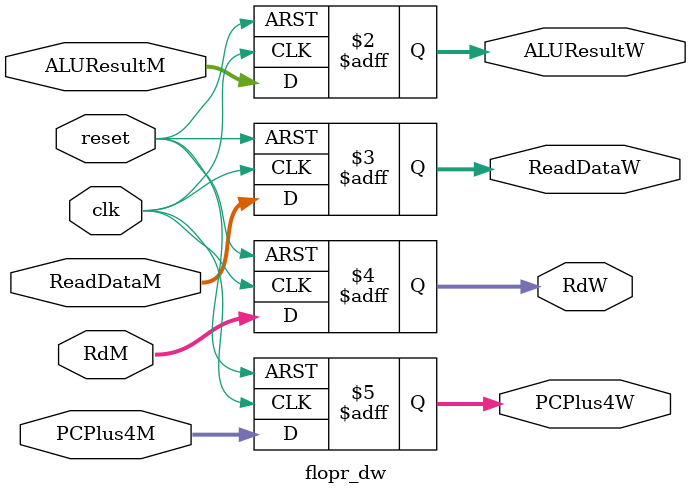
<source format=v>
/*
 * Module: flopr_dw
 * Description: Pipeline Register (M/W Stage) for DATA signals, 
 * with Asynchronous Reset. Passes data from Memory (M) to Write-Back (W).
 */
module flopr_dw (
    // Inputs (Control & Clock)
    input wire clk,             // 1. Clock
    input wire reset,           // 2. Asynchronous Reset (Active High)

    // Data Signals (M -> W)
    // ALU Result (32 bits assumed)
    input wire [31:0] ALUResultM, // 3. ALU Result (Memory) - M input
    output reg [31:0] ALUResultW, // 4. ALU Result (Write-Back) - W output

    // Read Data (32 bits assumed)
    input wire [31:0] ReadDataM,  // 5. Data read from memory (Memory) - M input
    output reg [31:0] ReadDataW,  // 6. Data read from memory (Write-Back) - W output

    // Destination Register Index (5 bits assumed)
    input wire [4:0] RdM,          // 7. Destination Register Index (Memory) - M input
    output reg [4:0] RdW,          // 8. Destination Register Index (Write-Back) - W output

    // PC Plus 4 (32 bits assumed)
    input wire [31:0] PCPlus4M,   // 9. PC + 4 (Memory) - M input
    output reg [31:0] PCPlus4W    // 10. PC + 4 (Write-Back) - W output
);

    // --- Register Logic ---
    // This is a basic D-flop with an asynchronous reset.
    
    always @(posedge clk or posedge reset) begin
        if (reset) begin
            // Asynchronous Reset: Clear all data outputs
            ALUResultW  <= 32'h0;
            ReadDataW   <= 32'h0;
            RdW         <= 5'h0;
            PCPlus4W    <= 32'h0;
        end else begin
            // Synchronous Load: Capture the data from the M stage
            ALUResultW  <= ALUResultM;
            ReadDataW   <= ReadDataM;
            RdW         <= RdM;
            PCPlus4W    <= PCPlus4M;
        end
    end

endmodule
</source>
